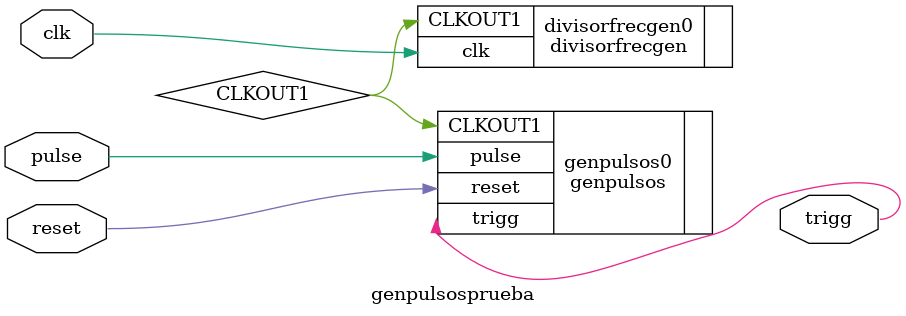
<source format=v>
module	genpulsosprueba	(
				input		pulse,
				input		clk,
				input		reset,
				output		trigg
			);
	genpulsos	genpulsos0		(
							.pulse		(	pulse	),
							.CLKOUT1	(	CLKOUT1	),
							.reset		(	reset	),
							.trigg		(	trigg	)
						);

	divisorfrecgen	divisorfrecgen0		(
							.clk			(	clk	),
							.CLKOUT1		(	CLKOUT1	)
						);
endmodule

</source>
